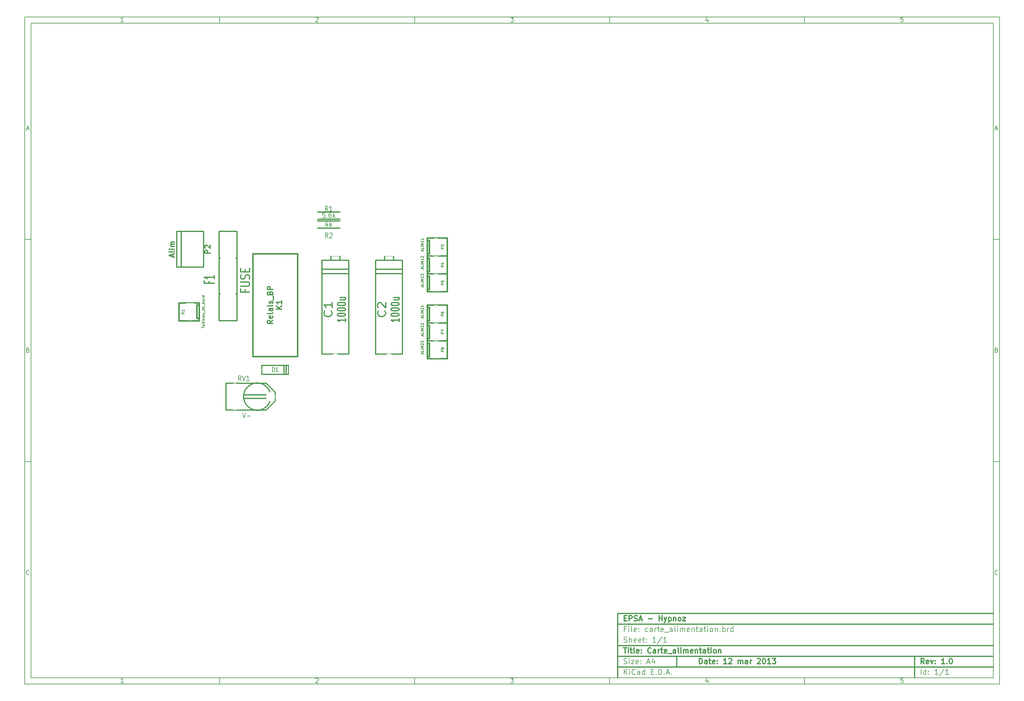
<source format=gto>
G04 (created by PCBNEW-RS274X (2012-01-19 BZR 3256)-stable) date 12/03/2013 15:56:19*
G01*
G70*
G90*
%MOIN*%
G04 Gerber Fmt 3.4, Leading zero omitted, Abs format*
%FSLAX34Y34*%
G04 APERTURE LIST*
%ADD10C,0.006000*%
%ADD11C,0.012000*%
%ADD12C,0.015000*%
%ADD13C,0.010000*%
%ADD14C,0.008000*%
%ADD15C,0.235000*%
%ADD16R,0.105000X0.105000*%
%ADD17C,0.105000*%
%ADD18C,0.270000*%
%ADD19C,0.100000*%
%ADD20R,0.110000X0.110000*%
%ADD21C,0.110000*%
%ADD22C,0.090000*%
%ADD23R,0.095000X0.095000*%
%ADD24C,0.095000*%
%ADD25C,0.170000*%
%ADD26R,0.120000X0.120000*%
%ADD27C,0.120000*%
G04 APERTURE END LIST*
G54D10*
X04000Y-04000D02*
X113000Y-04000D01*
X113000Y-78670D01*
X04000Y-78670D01*
X04000Y-04000D01*
X04700Y-04700D02*
X112300Y-04700D01*
X112300Y-77970D01*
X04700Y-77970D01*
X04700Y-04700D01*
X25800Y-04000D02*
X25800Y-04700D01*
X15043Y-04552D02*
X14757Y-04552D01*
X14900Y-04552D02*
X14900Y-04052D01*
X14852Y-04124D01*
X14805Y-04171D01*
X14757Y-04195D01*
X25800Y-78670D02*
X25800Y-77970D01*
X15043Y-78522D02*
X14757Y-78522D01*
X14900Y-78522D02*
X14900Y-78022D01*
X14852Y-78094D01*
X14805Y-78141D01*
X14757Y-78165D01*
X47600Y-04000D02*
X47600Y-04700D01*
X36557Y-04100D02*
X36581Y-04076D01*
X36629Y-04052D01*
X36748Y-04052D01*
X36795Y-04076D01*
X36819Y-04100D01*
X36843Y-04148D01*
X36843Y-04195D01*
X36819Y-04267D01*
X36533Y-04552D01*
X36843Y-04552D01*
X47600Y-78670D02*
X47600Y-77970D01*
X36557Y-78070D02*
X36581Y-78046D01*
X36629Y-78022D01*
X36748Y-78022D01*
X36795Y-78046D01*
X36819Y-78070D01*
X36843Y-78118D01*
X36843Y-78165D01*
X36819Y-78237D01*
X36533Y-78522D01*
X36843Y-78522D01*
X69400Y-04000D02*
X69400Y-04700D01*
X58333Y-04052D02*
X58643Y-04052D01*
X58476Y-04243D01*
X58548Y-04243D01*
X58595Y-04267D01*
X58619Y-04290D01*
X58643Y-04338D01*
X58643Y-04457D01*
X58619Y-04505D01*
X58595Y-04529D01*
X58548Y-04552D01*
X58405Y-04552D01*
X58357Y-04529D01*
X58333Y-04505D01*
X69400Y-78670D02*
X69400Y-77970D01*
X58333Y-78022D02*
X58643Y-78022D01*
X58476Y-78213D01*
X58548Y-78213D01*
X58595Y-78237D01*
X58619Y-78260D01*
X58643Y-78308D01*
X58643Y-78427D01*
X58619Y-78475D01*
X58595Y-78499D01*
X58548Y-78522D01*
X58405Y-78522D01*
X58357Y-78499D01*
X58333Y-78475D01*
X91200Y-04000D02*
X91200Y-04700D01*
X80395Y-04219D02*
X80395Y-04552D01*
X80276Y-04029D02*
X80157Y-04386D01*
X80467Y-04386D01*
X91200Y-78670D02*
X91200Y-77970D01*
X80395Y-78189D02*
X80395Y-78522D01*
X80276Y-77999D02*
X80157Y-78356D01*
X80467Y-78356D01*
X102219Y-04052D02*
X101981Y-04052D01*
X101957Y-04290D01*
X101981Y-04267D01*
X102029Y-04243D01*
X102148Y-04243D01*
X102195Y-04267D01*
X102219Y-04290D01*
X102243Y-04338D01*
X102243Y-04457D01*
X102219Y-04505D01*
X102195Y-04529D01*
X102148Y-04552D01*
X102029Y-04552D01*
X101981Y-04529D01*
X101957Y-04505D01*
X102219Y-78022D02*
X101981Y-78022D01*
X101957Y-78260D01*
X101981Y-78237D01*
X102029Y-78213D01*
X102148Y-78213D01*
X102195Y-78237D01*
X102219Y-78260D01*
X102243Y-78308D01*
X102243Y-78427D01*
X102219Y-78475D01*
X102195Y-78499D01*
X102148Y-78522D01*
X102029Y-78522D01*
X101981Y-78499D01*
X101957Y-78475D01*
X04000Y-28890D02*
X04700Y-28890D01*
X04231Y-16510D02*
X04469Y-16510D01*
X04184Y-16652D02*
X04350Y-16152D01*
X04517Y-16652D01*
X113000Y-28890D02*
X112300Y-28890D01*
X112531Y-16510D02*
X112769Y-16510D01*
X112484Y-16652D02*
X112650Y-16152D01*
X112817Y-16652D01*
X04000Y-53780D02*
X04700Y-53780D01*
X04386Y-41280D02*
X04457Y-41304D01*
X04481Y-41328D01*
X04505Y-41376D01*
X04505Y-41447D01*
X04481Y-41495D01*
X04457Y-41519D01*
X04410Y-41542D01*
X04219Y-41542D01*
X04219Y-41042D01*
X04386Y-41042D01*
X04433Y-41066D01*
X04457Y-41090D01*
X04481Y-41138D01*
X04481Y-41185D01*
X04457Y-41233D01*
X04433Y-41257D01*
X04386Y-41280D01*
X04219Y-41280D01*
X113000Y-53780D02*
X112300Y-53780D01*
X112686Y-41280D02*
X112757Y-41304D01*
X112781Y-41328D01*
X112805Y-41376D01*
X112805Y-41447D01*
X112781Y-41495D01*
X112757Y-41519D01*
X112710Y-41542D01*
X112519Y-41542D01*
X112519Y-41042D01*
X112686Y-41042D01*
X112733Y-41066D01*
X112757Y-41090D01*
X112781Y-41138D01*
X112781Y-41185D01*
X112757Y-41233D01*
X112733Y-41257D01*
X112686Y-41280D01*
X112519Y-41280D01*
X04505Y-66385D02*
X04481Y-66409D01*
X04410Y-66432D01*
X04362Y-66432D01*
X04290Y-66409D01*
X04243Y-66361D01*
X04219Y-66313D01*
X04195Y-66218D01*
X04195Y-66147D01*
X04219Y-66051D01*
X04243Y-66004D01*
X04290Y-65956D01*
X04362Y-65932D01*
X04410Y-65932D01*
X04481Y-65956D01*
X04505Y-65980D01*
X112805Y-66385D02*
X112781Y-66409D01*
X112710Y-66432D01*
X112662Y-66432D01*
X112590Y-66409D01*
X112543Y-66361D01*
X112519Y-66313D01*
X112495Y-66218D01*
X112495Y-66147D01*
X112519Y-66051D01*
X112543Y-66004D01*
X112590Y-65956D01*
X112662Y-65932D01*
X112710Y-65932D01*
X112781Y-65956D01*
X112805Y-65980D01*
G54D11*
X79443Y-76413D02*
X79443Y-75813D01*
X79586Y-75813D01*
X79671Y-75841D01*
X79729Y-75899D01*
X79757Y-75956D01*
X79786Y-76070D01*
X79786Y-76156D01*
X79757Y-76270D01*
X79729Y-76327D01*
X79671Y-76384D01*
X79586Y-76413D01*
X79443Y-76413D01*
X80300Y-76413D02*
X80300Y-76099D01*
X80271Y-76041D01*
X80214Y-76013D01*
X80100Y-76013D01*
X80043Y-76041D01*
X80300Y-76384D02*
X80243Y-76413D01*
X80100Y-76413D01*
X80043Y-76384D01*
X80014Y-76327D01*
X80014Y-76270D01*
X80043Y-76213D01*
X80100Y-76184D01*
X80243Y-76184D01*
X80300Y-76156D01*
X80500Y-76013D02*
X80729Y-76013D01*
X80586Y-75813D02*
X80586Y-76327D01*
X80614Y-76384D01*
X80672Y-76413D01*
X80729Y-76413D01*
X81157Y-76384D02*
X81100Y-76413D01*
X80986Y-76413D01*
X80929Y-76384D01*
X80900Y-76327D01*
X80900Y-76099D01*
X80929Y-76041D01*
X80986Y-76013D01*
X81100Y-76013D01*
X81157Y-76041D01*
X81186Y-76099D01*
X81186Y-76156D01*
X80900Y-76213D01*
X81443Y-76356D02*
X81471Y-76384D01*
X81443Y-76413D01*
X81414Y-76384D01*
X81443Y-76356D01*
X81443Y-76413D01*
X81443Y-76041D02*
X81471Y-76070D01*
X81443Y-76099D01*
X81414Y-76070D01*
X81443Y-76041D01*
X81443Y-76099D01*
X82500Y-76413D02*
X82157Y-76413D01*
X82329Y-76413D02*
X82329Y-75813D01*
X82272Y-75899D01*
X82214Y-75956D01*
X82157Y-75984D01*
X82728Y-75870D02*
X82757Y-75841D01*
X82814Y-75813D01*
X82957Y-75813D01*
X83014Y-75841D01*
X83043Y-75870D01*
X83071Y-75927D01*
X83071Y-75984D01*
X83043Y-76070D01*
X82700Y-76413D01*
X83071Y-76413D01*
X83785Y-76413D02*
X83785Y-76013D01*
X83785Y-76070D02*
X83813Y-76041D01*
X83871Y-76013D01*
X83956Y-76013D01*
X84013Y-76041D01*
X84042Y-76099D01*
X84042Y-76413D01*
X84042Y-76099D02*
X84071Y-76041D01*
X84128Y-76013D01*
X84213Y-76013D01*
X84271Y-76041D01*
X84299Y-76099D01*
X84299Y-76413D01*
X84842Y-76413D02*
X84842Y-76099D01*
X84813Y-76041D01*
X84756Y-76013D01*
X84642Y-76013D01*
X84585Y-76041D01*
X84842Y-76384D02*
X84785Y-76413D01*
X84642Y-76413D01*
X84585Y-76384D01*
X84556Y-76327D01*
X84556Y-76270D01*
X84585Y-76213D01*
X84642Y-76184D01*
X84785Y-76184D01*
X84842Y-76156D01*
X85128Y-76413D02*
X85128Y-76013D01*
X85128Y-76127D02*
X85156Y-76070D01*
X85185Y-76041D01*
X85242Y-76013D01*
X85299Y-76013D01*
X85927Y-75870D02*
X85956Y-75841D01*
X86013Y-75813D01*
X86156Y-75813D01*
X86213Y-75841D01*
X86242Y-75870D01*
X86270Y-75927D01*
X86270Y-75984D01*
X86242Y-76070D01*
X85899Y-76413D01*
X86270Y-76413D01*
X86641Y-75813D02*
X86698Y-75813D01*
X86755Y-75841D01*
X86784Y-75870D01*
X86813Y-75927D01*
X86841Y-76041D01*
X86841Y-76184D01*
X86813Y-76299D01*
X86784Y-76356D01*
X86755Y-76384D01*
X86698Y-76413D01*
X86641Y-76413D01*
X86584Y-76384D01*
X86555Y-76356D01*
X86527Y-76299D01*
X86498Y-76184D01*
X86498Y-76041D01*
X86527Y-75927D01*
X86555Y-75870D01*
X86584Y-75841D01*
X86641Y-75813D01*
X87412Y-76413D02*
X87069Y-76413D01*
X87241Y-76413D02*
X87241Y-75813D01*
X87184Y-75899D01*
X87126Y-75956D01*
X87069Y-75984D01*
X87612Y-75813D02*
X87983Y-75813D01*
X87783Y-76041D01*
X87869Y-76041D01*
X87926Y-76070D01*
X87955Y-76099D01*
X87983Y-76156D01*
X87983Y-76299D01*
X87955Y-76356D01*
X87926Y-76384D01*
X87869Y-76413D01*
X87697Y-76413D01*
X87640Y-76384D01*
X87612Y-76356D01*
G54D10*
X71043Y-77613D02*
X71043Y-77013D01*
X71386Y-77613D02*
X71129Y-77270D01*
X71386Y-77013D02*
X71043Y-77356D01*
X71643Y-77613D02*
X71643Y-77213D01*
X71643Y-77013D02*
X71614Y-77041D01*
X71643Y-77070D01*
X71671Y-77041D01*
X71643Y-77013D01*
X71643Y-77070D01*
X72272Y-77556D02*
X72243Y-77584D01*
X72157Y-77613D01*
X72100Y-77613D01*
X72015Y-77584D01*
X71957Y-77527D01*
X71929Y-77470D01*
X71900Y-77356D01*
X71900Y-77270D01*
X71929Y-77156D01*
X71957Y-77099D01*
X72015Y-77041D01*
X72100Y-77013D01*
X72157Y-77013D01*
X72243Y-77041D01*
X72272Y-77070D01*
X72786Y-77613D02*
X72786Y-77299D01*
X72757Y-77241D01*
X72700Y-77213D01*
X72586Y-77213D01*
X72529Y-77241D01*
X72786Y-77584D02*
X72729Y-77613D01*
X72586Y-77613D01*
X72529Y-77584D01*
X72500Y-77527D01*
X72500Y-77470D01*
X72529Y-77413D01*
X72586Y-77384D01*
X72729Y-77384D01*
X72786Y-77356D01*
X73329Y-77613D02*
X73329Y-77013D01*
X73329Y-77584D02*
X73272Y-77613D01*
X73158Y-77613D01*
X73100Y-77584D01*
X73072Y-77556D01*
X73043Y-77499D01*
X73043Y-77327D01*
X73072Y-77270D01*
X73100Y-77241D01*
X73158Y-77213D01*
X73272Y-77213D01*
X73329Y-77241D01*
X74072Y-77299D02*
X74272Y-77299D01*
X74358Y-77613D02*
X74072Y-77613D01*
X74072Y-77013D01*
X74358Y-77013D01*
X74615Y-77556D02*
X74643Y-77584D01*
X74615Y-77613D01*
X74586Y-77584D01*
X74615Y-77556D01*
X74615Y-77613D01*
X74901Y-77613D02*
X74901Y-77013D01*
X75044Y-77013D01*
X75129Y-77041D01*
X75187Y-77099D01*
X75215Y-77156D01*
X75244Y-77270D01*
X75244Y-77356D01*
X75215Y-77470D01*
X75187Y-77527D01*
X75129Y-77584D01*
X75044Y-77613D01*
X74901Y-77613D01*
X75501Y-77556D02*
X75529Y-77584D01*
X75501Y-77613D01*
X75472Y-77584D01*
X75501Y-77556D01*
X75501Y-77613D01*
X75758Y-77441D02*
X76044Y-77441D01*
X75701Y-77613D02*
X75901Y-77013D01*
X76101Y-77613D01*
X76301Y-77556D02*
X76329Y-77584D01*
X76301Y-77613D01*
X76272Y-77584D01*
X76301Y-77556D01*
X76301Y-77613D01*
G54D11*
X104586Y-76413D02*
X104386Y-76127D01*
X104243Y-76413D02*
X104243Y-75813D01*
X104471Y-75813D01*
X104529Y-75841D01*
X104557Y-75870D01*
X104586Y-75927D01*
X104586Y-76013D01*
X104557Y-76070D01*
X104529Y-76099D01*
X104471Y-76127D01*
X104243Y-76127D01*
X105071Y-76384D02*
X105014Y-76413D01*
X104900Y-76413D01*
X104843Y-76384D01*
X104814Y-76327D01*
X104814Y-76099D01*
X104843Y-76041D01*
X104900Y-76013D01*
X105014Y-76013D01*
X105071Y-76041D01*
X105100Y-76099D01*
X105100Y-76156D01*
X104814Y-76213D01*
X105300Y-76013D02*
X105443Y-76413D01*
X105585Y-76013D01*
X105814Y-76356D02*
X105842Y-76384D01*
X105814Y-76413D01*
X105785Y-76384D01*
X105814Y-76356D01*
X105814Y-76413D01*
X105814Y-76041D02*
X105842Y-76070D01*
X105814Y-76099D01*
X105785Y-76070D01*
X105814Y-76041D01*
X105814Y-76099D01*
X106871Y-76413D02*
X106528Y-76413D01*
X106700Y-76413D02*
X106700Y-75813D01*
X106643Y-75899D01*
X106585Y-75956D01*
X106528Y-75984D01*
X107128Y-76356D02*
X107156Y-76384D01*
X107128Y-76413D01*
X107099Y-76384D01*
X107128Y-76356D01*
X107128Y-76413D01*
X107528Y-75813D02*
X107585Y-75813D01*
X107642Y-75841D01*
X107671Y-75870D01*
X107700Y-75927D01*
X107728Y-76041D01*
X107728Y-76184D01*
X107700Y-76299D01*
X107671Y-76356D01*
X107642Y-76384D01*
X107585Y-76413D01*
X107528Y-76413D01*
X107471Y-76384D01*
X107442Y-76356D01*
X107414Y-76299D01*
X107385Y-76184D01*
X107385Y-76041D01*
X107414Y-75927D01*
X107442Y-75870D01*
X107471Y-75841D01*
X107528Y-75813D01*
G54D10*
X71014Y-76384D02*
X71100Y-76413D01*
X71243Y-76413D01*
X71300Y-76384D01*
X71329Y-76356D01*
X71357Y-76299D01*
X71357Y-76241D01*
X71329Y-76184D01*
X71300Y-76156D01*
X71243Y-76127D01*
X71129Y-76099D01*
X71071Y-76070D01*
X71043Y-76041D01*
X71014Y-75984D01*
X71014Y-75927D01*
X71043Y-75870D01*
X71071Y-75841D01*
X71129Y-75813D01*
X71271Y-75813D01*
X71357Y-75841D01*
X71614Y-76413D02*
X71614Y-76013D01*
X71614Y-75813D02*
X71585Y-75841D01*
X71614Y-75870D01*
X71642Y-75841D01*
X71614Y-75813D01*
X71614Y-75870D01*
X71843Y-76013D02*
X72157Y-76013D01*
X71843Y-76413D01*
X72157Y-76413D01*
X72614Y-76384D02*
X72557Y-76413D01*
X72443Y-76413D01*
X72386Y-76384D01*
X72357Y-76327D01*
X72357Y-76099D01*
X72386Y-76041D01*
X72443Y-76013D01*
X72557Y-76013D01*
X72614Y-76041D01*
X72643Y-76099D01*
X72643Y-76156D01*
X72357Y-76213D01*
X72900Y-76356D02*
X72928Y-76384D01*
X72900Y-76413D01*
X72871Y-76384D01*
X72900Y-76356D01*
X72900Y-76413D01*
X72900Y-76041D02*
X72928Y-76070D01*
X72900Y-76099D01*
X72871Y-76070D01*
X72900Y-76041D01*
X72900Y-76099D01*
X73614Y-76241D02*
X73900Y-76241D01*
X73557Y-76413D02*
X73757Y-75813D01*
X73957Y-76413D01*
X74414Y-76013D02*
X74414Y-76413D01*
X74271Y-75784D02*
X74128Y-76213D01*
X74500Y-76213D01*
X104243Y-77613D02*
X104243Y-77013D01*
X104786Y-77613D02*
X104786Y-77013D01*
X104786Y-77584D02*
X104729Y-77613D01*
X104615Y-77613D01*
X104557Y-77584D01*
X104529Y-77556D01*
X104500Y-77499D01*
X104500Y-77327D01*
X104529Y-77270D01*
X104557Y-77241D01*
X104615Y-77213D01*
X104729Y-77213D01*
X104786Y-77241D01*
X105072Y-77556D02*
X105100Y-77584D01*
X105072Y-77613D01*
X105043Y-77584D01*
X105072Y-77556D01*
X105072Y-77613D01*
X105072Y-77241D02*
X105100Y-77270D01*
X105072Y-77299D01*
X105043Y-77270D01*
X105072Y-77241D01*
X105072Y-77299D01*
X106129Y-77613D02*
X105786Y-77613D01*
X105958Y-77613D02*
X105958Y-77013D01*
X105901Y-77099D01*
X105843Y-77156D01*
X105786Y-77184D01*
X106814Y-76984D02*
X106300Y-77756D01*
X107329Y-77613D02*
X106986Y-77613D01*
X107158Y-77613D02*
X107158Y-77013D01*
X107101Y-77099D01*
X107043Y-77156D01*
X106986Y-77184D01*
G54D11*
X70957Y-74613D02*
X71300Y-74613D01*
X71129Y-75213D02*
X71129Y-74613D01*
X71500Y-75213D02*
X71500Y-74813D01*
X71500Y-74613D02*
X71471Y-74641D01*
X71500Y-74670D01*
X71528Y-74641D01*
X71500Y-74613D01*
X71500Y-74670D01*
X71700Y-74813D02*
X71929Y-74813D01*
X71786Y-74613D02*
X71786Y-75127D01*
X71814Y-75184D01*
X71872Y-75213D01*
X71929Y-75213D01*
X72215Y-75213D02*
X72157Y-75184D01*
X72129Y-75127D01*
X72129Y-74613D01*
X72671Y-75184D02*
X72614Y-75213D01*
X72500Y-75213D01*
X72443Y-75184D01*
X72414Y-75127D01*
X72414Y-74899D01*
X72443Y-74841D01*
X72500Y-74813D01*
X72614Y-74813D01*
X72671Y-74841D01*
X72700Y-74899D01*
X72700Y-74956D01*
X72414Y-75013D01*
X72957Y-75156D02*
X72985Y-75184D01*
X72957Y-75213D01*
X72928Y-75184D01*
X72957Y-75156D01*
X72957Y-75213D01*
X72957Y-74841D02*
X72985Y-74870D01*
X72957Y-74899D01*
X72928Y-74870D01*
X72957Y-74841D01*
X72957Y-74899D01*
X74043Y-75156D02*
X74014Y-75184D01*
X73928Y-75213D01*
X73871Y-75213D01*
X73786Y-75184D01*
X73728Y-75127D01*
X73700Y-75070D01*
X73671Y-74956D01*
X73671Y-74870D01*
X73700Y-74756D01*
X73728Y-74699D01*
X73786Y-74641D01*
X73871Y-74613D01*
X73928Y-74613D01*
X74014Y-74641D01*
X74043Y-74670D01*
X74557Y-75213D02*
X74557Y-74899D01*
X74528Y-74841D01*
X74471Y-74813D01*
X74357Y-74813D01*
X74300Y-74841D01*
X74557Y-75184D02*
X74500Y-75213D01*
X74357Y-75213D01*
X74300Y-75184D01*
X74271Y-75127D01*
X74271Y-75070D01*
X74300Y-75013D01*
X74357Y-74984D01*
X74500Y-74984D01*
X74557Y-74956D01*
X74843Y-75213D02*
X74843Y-74813D01*
X74843Y-74927D02*
X74871Y-74870D01*
X74900Y-74841D01*
X74957Y-74813D01*
X75014Y-74813D01*
X75128Y-74813D02*
X75357Y-74813D01*
X75214Y-74613D02*
X75214Y-75127D01*
X75242Y-75184D01*
X75300Y-75213D01*
X75357Y-75213D01*
X75785Y-75184D02*
X75728Y-75213D01*
X75614Y-75213D01*
X75557Y-75184D01*
X75528Y-75127D01*
X75528Y-74899D01*
X75557Y-74841D01*
X75614Y-74813D01*
X75728Y-74813D01*
X75785Y-74841D01*
X75814Y-74899D01*
X75814Y-74956D01*
X75528Y-75013D01*
X75928Y-75270D02*
X76385Y-75270D01*
X76785Y-75213D02*
X76785Y-74899D01*
X76756Y-74841D01*
X76699Y-74813D01*
X76585Y-74813D01*
X76528Y-74841D01*
X76785Y-75184D02*
X76728Y-75213D01*
X76585Y-75213D01*
X76528Y-75184D01*
X76499Y-75127D01*
X76499Y-75070D01*
X76528Y-75013D01*
X76585Y-74984D01*
X76728Y-74984D01*
X76785Y-74956D01*
X77157Y-75213D02*
X77099Y-75184D01*
X77071Y-75127D01*
X77071Y-74613D01*
X77385Y-75213D02*
X77385Y-74813D01*
X77385Y-74613D02*
X77356Y-74641D01*
X77385Y-74670D01*
X77413Y-74641D01*
X77385Y-74613D01*
X77385Y-74670D01*
X77671Y-75213D02*
X77671Y-74813D01*
X77671Y-74870D02*
X77699Y-74841D01*
X77757Y-74813D01*
X77842Y-74813D01*
X77899Y-74841D01*
X77928Y-74899D01*
X77928Y-75213D01*
X77928Y-74899D02*
X77957Y-74841D01*
X78014Y-74813D01*
X78099Y-74813D01*
X78157Y-74841D01*
X78185Y-74899D01*
X78185Y-75213D01*
X78699Y-75184D02*
X78642Y-75213D01*
X78528Y-75213D01*
X78471Y-75184D01*
X78442Y-75127D01*
X78442Y-74899D01*
X78471Y-74841D01*
X78528Y-74813D01*
X78642Y-74813D01*
X78699Y-74841D01*
X78728Y-74899D01*
X78728Y-74956D01*
X78442Y-75013D01*
X78985Y-74813D02*
X78985Y-75213D01*
X78985Y-74870D02*
X79013Y-74841D01*
X79071Y-74813D01*
X79156Y-74813D01*
X79213Y-74841D01*
X79242Y-74899D01*
X79242Y-75213D01*
X79442Y-74813D02*
X79671Y-74813D01*
X79528Y-74613D02*
X79528Y-75127D01*
X79556Y-75184D01*
X79614Y-75213D01*
X79671Y-75213D01*
X80128Y-75213D02*
X80128Y-74899D01*
X80099Y-74841D01*
X80042Y-74813D01*
X79928Y-74813D01*
X79871Y-74841D01*
X80128Y-75184D02*
X80071Y-75213D01*
X79928Y-75213D01*
X79871Y-75184D01*
X79842Y-75127D01*
X79842Y-75070D01*
X79871Y-75013D01*
X79928Y-74984D01*
X80071Y-74984D01*
X80128Y-74956D01*
X80328Y-74813D02*
X80557Y-74813D01*
X80414Y-74613D02*
X80414Y-75127D01*
X80442Y-75184D01*
X80500Y-75213D01*
X80557Y-75213D01*
X80757Y-75213D02*
X80757Y-74813D01*
X80757Y-74613D02*
X80728Y-74641D01*
X80757Y-74670D01*
X80785Y-74641D01*
X80757Y-74613D01*
X80757Y-74670D01*
X81129Y-75213D02*
X81071Y-75184D01*
X81043Y-75156D01*
X81014Y-75099D01*
X81014Y-74927D01*
X81043Y-74870D01*
X81071Y-74841D01*
X81129Y-74813D01*
X81214Y-74813D01*
X81271Y-74841D01*
X81300Y-74870D01*
X81329Y-74927D01*
X81329Y-75099D01*
X81300Y-75156D01*
X81271Y-75184D01*
X81214Y-75213D01*
X81129Y-75213D01*
X81586Y-74813D02*
X81586Y-75213D01*
X81586Y-74870D02*
X81614Y-74841D01*
X81672Y-74813D01*
X81757Y-74813D01*
X81814Y-74841D01*
X81843Y-74899D01*
X81843Y-75213D01*
G54D10*
X71243Y-72499D02*
X71043Y-72499D01*
X71043Y-72813D02*
X71043Y-72213D01*
X71329Y-72213D01*
X71557Y-72813D02*
X71557Y-72413D01*
X71557Y-72213D02*
X71528Y-72241D01*
X71557Y-72270D01*
X71585Y-72241D01*
X71557Y-72213D01*
X71557Y-72270D01*
X71929Y-72813D02*
X71871Y-72784D01*
X71843Y-72727D01*
X71843Y-72213D01*
X72385Y-72784D02*
X72328Y-72813D01*
X72214Y-72813D01*
X72157Y-72784D01*
X72128Y-72727D01*
X72128Y-72499D01*
X72157Y-72441D01*
X72214Y-72413D01*
X72328Y-72413D01*
X72385Y-72441D01*
X72414Y-72499D01*
X72414Y-72556D01*
X72128Y-72613D01*
X72671Y-72756D02*
X72699Y-72784D01*
X72671Y-72813D01*
X72642Y-72784D01*
X72671Y-72756D01*
X72671Y-72813D01*
X72671Y-72441D02*
X72699Y-72470D01*
X72671Y-72499D01*
X72642Y-72470D01*
X72671Y-72441D01*
X72671Y-72499D01*
X73671Y-72784D02*
X73614Y-72813D01*
X73500Y-72813D01*
X73442Y-72784D01*
X73414Y-72756D01*
X73385Y-72699D01*
X73385Y-72527D01*
X73414Y-72470D01*
X73442Y-72441D01*
X73500Y-72413D01*
X73614Y-72413D01*
X73671Y-72441D01*
X74185Y-72813D02*
X74185Y-72499D01*
X74156Y-72441D01*
X74099Y-72413D01*
X73985Y-72413D01*
X73928Y-72441D01*
X74185Y-72784D02*
X74128Y-72813D01*
X73985Y-72813D01*
X73928Y-72784D01*
X73899Y-72727D01*
X73899Y-72670D01*
X73928Y-72613D01*
X73985Y-72584D01*
X74128Y-72584D01*
X74185Y-72556D01*
X74471Y-72813D02*
X74471Y-72413D01*
X74471Y-72527D02*
X74499Y-72470D01*
X74528Y-72441D01*
X74585Y-72413D01*
X74642Y-72413D01*
X74756Y-72413D02*
X74985Y-72413D01*
X74842Y-72213D02*
X74842Y-72727D01*
X74870Y-72784D01*
X74928Y-72813D01*
X74985Y-72813D01*
X75413Y-72784D02*
X75356Y-72813D01*
X75242Y-72813D01*
X75185Y-72784D01*
X75156Y-72727D01*
X75156Y-72499D01*
X75185Y-72441D01*
X75242Y-72413D01*
X75356Y-72413D01*
X75413Y-72441D01*
X75442Y-72499D01*
X75442Y-72556D01*
X75156Y-72613D01*
X75556Y-72870D02*
X76013Y-72870D01*
X76413Y-72813D02*
X76413Y-72499D01*
X76384Y-72441D01*
X76327Y-72413D01*
X76213Y-72413D01*
X76156Y-72441D01*
X76413Y-72784D02*
X76356Y-72813D01*
X76213Y-72813D01*
X76156Y-72784D01*
X76127Y-72727D01*
X76127Y-72670D01*
X76156Y-72613D01*
X76213Y-72584D01*
X76356Y-72584D01*
X76413Y-72556D01*
X76785Y-72813D02*
X76727Y-72784D01*
X76699Y-72727D01*
X76699Y-72213D01*
X77013Y-72813D02*
X77013Y-72413D01*
X77013Y-72213D02*
X76984Y-72241D01*
X77013Y-72270D01*
X77041Y-72241D01*
X77013Y-72213D01*
X77013Y-72270D01*
X77299Y-72813D02*
X77299Y-72413D01*
X77299Y-72470D02*
X77327Y-72441D01*
X77385Y-72413D01*
X77470Y-72413D01*
X77527Y-72441D01*
X77556Y-72499D01*
X77556Y-72813D01*
X77556Y-72499D02*
X77585Y-72441D01*
X77642Y-72413D01*
X77727Y-72413D01*
X77785Y-72441D01*
X77813Y-72499D01*
X77813Y-72813D01*
X78327Y-72784D02*
X78270Y-72813D01*
X78156Y-72813D01*
X78099Y-72784D01*
X78070Y-72727D01*
X78070Y-72499D01*
X78099Y-72441D01*
X78156Y-72413D01*
X78270Y-72413D01*
X78327Y-72441D01*
X78356Y-72499D01*
X78356Y-72556D01*
X78070Y-72613D01*
X78613Y-72413D02*
X78613Y-72813D01*
X78613Y-72470D02*
X78641Y-72441D01*
X78699Y-72413D01*
X78784Y-72413D01*
X78841Y-72441D01*
X78870Y-72499D01*
X78870Y-72813D01*
X79070Y-72413D02*
X79299Y-72413D01*
X79156Y-72213D02*
X79156Y-72727D01*
X79184Y-72784D01*
X79242Y-72813D01*
X79299Y-72813D01*
X79756Y-72813D02*
X79756Y-72499D01*
X79727Y-72441D01*
X79670Y-72413D01*
X79556Y-72413D01*
X79499Y-72441D01*
X79756Y-72784D02*
X79699Y-72813D01*
X79556Y-72813D01*
X79499Y-72784D01*
X79470Y-72727D01*
X79470Y-72670D01*
X79499Y-72613D01*
X79556Y-72584D01*
X79699Y-72584D01*
X79756Y-72556D01*
X79956Y-72413D02*
X80185Y-72413D01*
X80042Y-72213D02*
X80042Y-72727D01*
X80070Y-72784D01*
X80128Y-72813D01*
X80185Y-72813D01*
X80385Y-72813D02*
X80385Y-72413D01*
X80385Y-72213D02*
X80356Y-72241D01*
X80385Y-72270D01*
X80413Y-72241D01*
X80385Y-72213D01*
X80385Y-72270D01*
X80757Y-72813D02*
X80699Y-72784D01*
X80671Y-72756D01*
X80642Y-72699D01*
X80642Y-72527D01*
X80671Y-72470D01*
X80699Y-72441D01*
X80757Y-72413D01*
X80842Y-72413D01*
X80899Y-72441D01*
X80928Y-72470D01*
X80957Y-72527D01*
X80957Y-72699D01*
X80928Y-72756D01*
X80899Y-72784D01*
X80842Y-72813D01*
X80757Y-72813D01*
X81214Y-72413D02*
X81214Y-72813D01*
X81214Y-72470D02*
X81242Y-72441D01*
X81300Y-72413D01*
X81385Y-72413D01*
X81442Y-72441D01*
X81471Y-72499D01*
X81471Y-72813D01*
X81757Y-72756D02*
X81785Y-72784D01*
X81757Y-72813D01*
X81728Y-72784D01*
X81757Y-72756D01*
X81757Y-72813D01*
X82043Y-72813D02*
X82043Y-72213D01*
X82043Y-72441D02*
X82100Y-72413D01*
X82214Y-72413D01*
X82271Y-72441D01*
X82300Y-72470D01*
X82329Y-72527D01*
X82329Y-72699D01*
X82300Y-72756D01*
X82271Y-72784D01*
X82214Y-72813D01*
X82100Y-72813D01*
X82043Y-72784D01*
X82586Y-72813D02*
X82586Y-72413D01*
X82586Y-72527D02*
X82614Y-72470D01*
X82643Y-72441D01*
X82700Y-72413D01*
X82757Y-72413D01*
X83214Y-72813D02*
X83214Y-72213D01*
X83214Y-72784D02*
X83157Y-72813D01*
X83043Y-72813D01*
X82985Y-72784D01*
X82957Y-72756D01*
X82928Y-72699D01*
X82928Y-72527D01*
X82957Y-72470D01*
X82985Y-72441D01*
X83043Y-72413D01*
X83157Y-72413D01*
X83214Y-72441D01*
X71014Y-73984D02*
X71100Y-74013D01*
X71243Y-74013D01*
X71300Y-73984D01*
X71329Y-73956D01*
X71357Y-73899D01*
X71357Y-73841D01*
X71329Y-73784D01*
X71300Y-73756D01*
X71243Y-73727D01*
X71129Y-73699D01*
X71071Y-73670D01*
X71043Y-73641D01*
X71014Y-73584D01*
X71014Y-73527D01*
X71043Y-73470D01*
X71071Y-73441D01*
X71129Y-73413D01*
X71271Y-73413D01*
X71357Y-73441D01*
X71614Y-74013D02*
X71614Y-73413D01*
X71871Y-74013D02*
X71871Y-73699D01*
X71842Y-73641D01*
X71785Y-73613D01*
X71700Y-73613D01*
X71642Y-73641D01*
X71614Y-73670D01*
X72385Y-73984D02*
X72328Y-74013D01*
X72214Y-74013D01*
X72157Y-73984D01*
X72128Y-73927D01*
X72128Y-73699D01*
X72157Y-73641D01*
X72214Y-73613D01*
X72328Y-73613D01*
X72385Y-73641D01*
X72414Y-73699D01*
X72414Y-73756D01*
X72128Y-73813D01*
X72899Y-73984D02*
X72842Y-74013D01*
X72728Y-74013D01*
X72671Y-73984D01*
X72642Y-73927D01*
X72642Y-73699D01*
X72671Y-73641D01*
X72728Y-73613D01*
X72842Y-73613D01*
X72899Y-73641D01*
X72928Y-73699D01*
X72928Y-73756D01*
X72642Y-73813D01*
X73099Y-73613D02*
X73328Y-73613D01*
X73185Y-73413D02*
X73185Y-73927D01*
X73213Y-73984D01*
X73271Y-74013D01*
X73328Y-74013D01*
X73528Y-73956D02*
X73556Y-73984D01*
X73528Y-74013D01*
X73499Y-73984D01*
X73528Y-73956D01*
X73528Y-74013D01*
X73528Y-73641D02*
X73556Y-73670D01*
X73528Y-73699D01*
X73499Y-73670D01*
X73528Y-73641D01*
X73528Y-73699D01*
X74585Y-74013D02*
X74242Y-74013D01*
X74414Y-74013D02*
X74414Y-73413D01*
X74357Y-73499D01*
X74299Y-73556D01*
X74242Y-73584D01*
X75270Y-73384D02*
X74756Y-74156D01*
X75785Y-74013D02*
X75442Y-74013D01*
X75614Y-74013D02*
X75614Y-73413D01*
X75557Y-73499D01*
X75499Y-73556D01*
X75442Y-73584D01*
G54D11*
X71043Y-71299D02*
X71243Y-71299D01*
X71329Y-71613D02*
X71043Y-71613D01*
X71043Y-71013D01*
X71329Y-71013D01*
X71586Y-71613D02*
X71586Y-71013D01*
X71814Y-71013D01*
X71872Y-71041D01*
X71900Y-71070D01*
X71929Y-71127D01*
X71929Y-71213D01*
X71900Y-71270D01*
X71872Y-71299D01*
X71814Y-71327D01*
X71586Y-71327D01*
X72157Y-71584D02*
X72243Y-71613D01*
X72386Y-71613D01*
X72443Y-71584D01*
X72472Y-71556D01*
X72500Y-71499D01*
X72500Y-71441D01*
X72472Y-71384D01*
X72443Y-71356D01*
X72386Y-71327D01*
X72272Y-71299D01*
X72214Y-71270D01*
X72186Y-71241D01*
X72157Y-71184D01*
X72157Y-71127D01*
X72186Y-71070D01*
X72214Y-71041D01*
X72272Y-71013D01*
X72414Y-71013D01*
X72500Y-71041D01*
X72728Y-71441D02*
X73014Y-71441D01*
X72671Y-71613D02*
X72871Y-71013D01*
X73071Y-71613D01*
X73728Y-71384D02*
X74185Y-71384D01*
X74928Y-71613D02*
X74928Y-71013D01*
X74928Y-71299D02*
X75271Y-71299D01*
X75271Y-71613D02*
X75271Y-71013D01*
X75500Y-71213D02*
X75643Y-71613D01*
X75785Y-71213D02*
X75643Y-71613D01*
X75585Y-71756D01*
X75557Y-71784D01*
X75500Y-71813D01*
X76014Y-71213D02*
X76014Y-71813D01*
X76014Y-71241D02*
X76071Y-71213D01*
X76185Y-71213D01*
X76242Y-71241D01*
X76271Y-71270D01*
X76300Y-71327D01*
X76300Y-71499D01*
X76271Y-71556D01*
X76242Y-71584D01*
X76185Y-71613D01*
X76071Y-71613D01*
X76014Y-71584D01*
X76557Y-71213D02*
X76557Y-71613D01*
X76557Y-71270D02*
X76585Y-71241D01*
X76643Y-71213D01*
X76728Y-71213D01*
X76785Y-71241D01*
X76814Y-71299D01*
X76814Y-71613D01*
X77186Y-71613D02*
X77128Y-71584D01*
X77100Y-71556D01*
X77071Y-71499D01*
X77071Y-71327D01*
X77100Y-71270D01*
X77128Y-71241D01*
X77186Y-71213D01*
X77271Y-71213D01*
X77328Y-71241D01*
X77357Y-71270D01*
X77386Y-71327D01*
X77386Y-71499D01*
X77357Y-71556D01*
X77328Y-71584D01*
X77271Y-71613D01*
X77186Y-71613D01*
X77586Y-71213D02*
X77900Y-71213D01*
X77586Y-71613D01*
X77900Y-71613D01*
X70300Y-70770D02*
X70300Y-77970D01*
X70300Y-71970D02*
X112300Y-71970D01*
X70300Y-70770D02*
X112300Y-70770D01*
X70300Y-74370D02*
X112300Y-74370D01*
X103500Y-75570D02*
X103500Y-77970D01*
X70300Y-76770D02*
X112300Y-76770D01*
X70300Y-75570D02*
X112300Y-75570D01*
X76900Y-75570D02*
X76900Y-76770D01*
G54D12*
X50900Y-22500D02*
X50882Y-22674D01*
X50832Y-22842D01*
X50749Y-22998D01*
X50638Y-23134D01*
X50503Y-23246D01*
X50348Y-23329D01*
X50180Y-23381D01*
X50006Y-23399D01*
X49832Y-23384D01*
X49663Y-23334D01*
X49508Y-23253D01*
X49371Y-23143D01*
X49258Y-23008D01*
X49173Y-22854D01*
X49120Y-22687D01*
X49101Y-22512D01*
X49115Y-22338D01*
X49164Y-22169D01*
X49244Y-22013D01*
X49353Y-21875D01*
X49487Y-21761D01*
X49640Y-21676D01*
X49807Y-21621D01*
X49982Y-21601D01*
X50156Y-21614D01*
X50325Y-21661D01*
X50482Y-21741D01*
X50620Y-21849D01*
X50735Y-21982D01*
X50822Y-22134D01*
X50877Y-22301D01*
X50899Y-22475D01*
X50900Y-22500D01*
X50900Y-50000D02*
X50882Y-50174D01*
X50832Y-50342D01*
X50749Y-50498D01*
X50638Y-50634D01*
X50503Y-50746D01*
X50348Y-50829D01*
X50180Y-50881D01*
X50006Y-50899D01*
X49832Y-50884D01*
X49663Y-50834D01*
X49508Y-50753D01*
X49371Y-50643D01*
X49258Y-50508D01*
X49173Y-50354D01*
X49120Y-50187D01*
X49101Y-50012D01*
X49115Y-49838D01*
X49164Y-49669D01*
X49244Y-49513D01*
X49353Y-49375D01*
X49487Y-49261D01*
X49640Y-49176D01*
X49807Y-49121D01*
X49982Y-49101D01*
X50156Y-49114D01*
X50325Y-49161D01*
X50482Y-49241D01*
X50620Y-49349D01*
X50735Y-49482D01*
X50822Y-49634D01*
X50877Y-49801D01*
X50899Y-49975D01*
X50900Y-50000D01*
X23400Y-50000D02*
X23382Y-50174D01*
X23332Y-50342D01*
X23249Y-50498D01*
X23138Y-50634D01*
X23003Y-50746D01*
X22848Y-50829D01*
X22680Y-50881D01*
X22506Y-50899D01*
X22332Y-50884D01*
X22163Y-50834D01*
X22008Y-50753D01*
X21871Y-50643D01*
X21758Y-50508D01*
X21673Y-50354D01*
X21620Y-50187D01*
X21601Y-50012D01*
X21615Y-49838D01*
X21664Y-49669D01*
X21744Y-49513D01*
X21853Y-49375D01*
X21987Y-49261D01*
X22140Y-49176D01*
X22307Y-49121D01*
X22482Y-49101D01*
X22656Y-49114D01*
X22825Y-49161D01*
X22982Y-49241D01*
X23120Y-49349D01*
X23235Y-49482D01*
X23322Y-49634D01*
X23377Y-49801D01*
X23399Y-49975D01*
X23400Y-50000D01*
G54D11*
X26500Y-45000D02*
X31000Y-45000D01*
X31000Y-45000D02*
X32000Y-46000D01*
X32000Y-46000D02*
X32000Y-47000D01*
X32000Y-47000D02*
X31000Y-48000D01*
X31000Y-48000D02*
X26500Y-48000D01*
X26500Y-48000D02*
X26500Y-45000D01*
X29800Y-45000D02*
X30250Y-45000D01*
X30150Y-48000D02*
X29800Y-48000D01*
X28500Y-46300D02*
X31450Y-46300D01*
X28500Y-46700D02*
X31450Y-46700D01*
X31520Y-46500D02*
X31491Y-46795D01*
X31405Y-47079D01*
X31266Y-47341D01*
X31078Y-47571D01*
X30849Y-47760D01*
X30589Y-47901D01*
X30305Y-47988D01*
X30010Y-48019D01*
X29716Y-47993D01*
X29431Y-47909D01*
X29168Y-47771D01*
X28937Y-47585D01*
X28746Y-47358D01*
X28603Y-47098D01*
X28514Y-46816D01*
X28481Y-46521D01*
X28505Y-46226D01*
X28587Y-45941D01*
X28723Y-45677D01*
X28907Y-45445D01*
X29133Y-45252D01*
X29392Y-45108D01*
X29674Y-45016D01*
X29969Y-44981D01*
X30263Y-45004D01*
X30549Y-45083D01*
X30814Y-45217D01*
X31048Y-45400D01*
X31242Y-45624D01*
X31388Y-45882D01*
X31482Y-46164D01*
X31519Y-46458D01*
X31520Y-46500D01*
G54D12*
X29500Y-42000D02*
X29500Y-30500D01*
X29500Y-30500D02*
X34500Y-30500D01*
X34500Y-30500D02*
X34500Y-42000D01*
X34500Y-42000D02*
X29500Y-42000D01*
G54D11*
X39500Y-26250D02*
X39300Y-26250D01*
X36500Y-26250D02*
X36700Y-26250D01*
X36700Y-26250D02*
X36700Y-26650D01*
X36700Y-26650D02*
X39300Y-26650D01*
X39300Y-26650D02*
X39300Y-25850D01*
X39300Y-25850D02*
X36700Y-25850D01*
X36700Y-25850D02*
X36700Y-26250D01*
X39300Y-26450D02*
X39100Y-26650D01*
X36500Y-27250D02*
X36700Y-27250D01*
X39500Y-27250D02*
X39300Y-27250D01*
X39300Y-27250D02*
X39300Y-26850D01*
X39300Y-26850D02*
X36700Y-26850D01*
X36700Y-26850D02*
X36700Y-27650D01*
X36700Y-27650D02*
X39300Y-27650D01*
X39300Y-27650D02*
X39300Y-27250D01*
X36700Y-27050D02*
X36900Y-26850D01*
G54D12*
X23500Y-36250D02*
X23250Y-36250D01*
X23250Y-36250D02*
X23250Y-37750D01*
X23250Y-37750D02*
X23500Y-37750D01*
X23500Y-36000D02*
X21250Y-36000D01*
X21250Y-36000D02*
X21250Y-38000D01*
X21250Y-38000D02*
X23500Y-38000D01*
X23500Y-38000D02*
X23500Y-36000D01*
G54D10*
X22000Y-36000D02*
X23000Y-36000D01*
X23000Y-38000D02*
X22000Y-38000D01*
G54D12*
X49000Y-30500D02*
X49250Y-30500D01*
X49250Y-30500D02*
X49250Y-29000D01*
X49250Y-29000D02*
X49000Y-29000D01*
X49000Y-30750D02*
X51250Y-30750D01*
X51250Y-30750D02*
X51250Y-28750D01*
X51250Y-28750D02*
X49000Y-28750D01*
X49000Y-28750D02*
X49000Y-30750D01*
G54D10*
X50500Y-30750D02*
X49500Y-30750D01*
X49500Y-28750D02*
X50500Y-28750D01*
G54D12*
X49000Y-32500D02*
X49250Y-32500D01*
X49250Y-32500D02*
X49250Y-31000D01*
X49250Y-31000D02*
X49000Y-31000D01*
X49000Y-32750D02*
X51250Y-32750D01*
X51250Y-32750D02*
X51250Y-30750D01*
X51250Y-30750D02*
X49000Y-30750D01*
X49000Y-30750D02*
X49000Y-32750D01*
G54D10*
X50500Y-32750D02*
X49500Y-32750D01*
X49500Y-30750D02*
X50500Y-30750D01*
G54D11*
X27750Y-28000D02*
X27750Y-38000D01*
X27750Y-38000D02*
X25750Y-38000D01*
X25750Y-38000D02*
X25750Y-28000D01*
X25750Y-28000D02*
X27750Y-28000D01*
X27750Y-31000D02*
X25750Y-31000D01*
X27750Y-35000D02*
X25750Y-35000D01*
X38750Y-30250D02*
X38750Y-30750D01*
X38250Y-31250D02*
X38250Y-30750D01*
X38250Y-30750D02*
X39250Y-30750D01*
X39250Y-30750D02*
X39250Y-31250D01*
X40250Y-31250D02*
X40250Y-41750D01*
X40250Y-41750D02*
X37250Y-41750D01*
X37250Y-41750D02*
X37250Y-31250D01*
X38750Y-41750D02*
X38750Y-42250D01*
X40250Y-32250D02*
X37250Y-32250D01*
X40250Y-32750D02*
X37250Y-32750D01*
X40250Y-31250D02*
X37250Y-31250D01*
X44750Y-30250D02*
X44750Y-30750D01*
X44250Y-31250D02*
X44250Y-30750D01*
X44250Y-30750D02*
X45250Y-30750D01*
X45250Y-30750D02*
X45250Y-31250D01*
X46250Y-31250D02*
X46250Y-41750D01*
X46250Y-41750D02*
X43250Y-41750D01*
X43250Y-41750D02*
X43250Y-31250D01*
X44750Y-41750D02*
X44750Y-42250D01*
X46250Y-32250D02*
X43250Y-32250D01*
X46250Y-32750D02*
X43250Y-32750D01*
X46250Y-31250D02*
X43250Y-31250D01*
G54D12*
X49000Y-34500D02*
X49250Y-34500D01*
X49250Y-34500D02*
X49250Y-33000D01*
X49250Y-33000D02*
X49000Y-33000D01*
X49000Y-34750D02*
X51250Y-34750D01*
X51250Y-34750D02*
X51250Y-32750D01*
X51250Y-32750D02*
X49000Y-32750D01*
X49000Y-32750D02*
X49000Y-34750D01*
G54D10*
X50500Y-34750D02*
X49500Y-34750D01*
X49500Y-32750D02*
X50500Y-32750D01*
G54D12*
X49000Y-38000D02*
X49250Y-38000D01*
X49250Y-38000D02*
X49250Y-36500D01*
X49250Y-36500D02*
X49000Y-36500D01*
X49000Y-38250D02*
X51250Y-38250D01*
X51250Y-38250D02*
X51250Y-36250D01*
X51250Y-36250D02*
X49000Y-36250D01*
X49000Y-36250D02*
X49000Y-38250D01*
G54D10*
X50500Y-38250D02*
X49500Y-38250D01*
X49500Y-36250D02*
X50500Y-36250D01*
G54D12*
X49000Y-40000D02*
X49250Y-40000D01*
X49250Y-40000D02*
X49250Y-38500D01*
X49250Y-38500D02*
X49000Y-38500D01*
X49000Y-40250D02*
X51250Y-40250D01*
X51250Y-40250D02*
X51250Y-38250D01*
X51250Y-38250D02*
X49000Y-38250D01*
X49000Y-38250D02*
X49000Y-40250D01*
G54D10*
X50500Y-40250D02*
X49500Y-40250D01*
X49500Y-38250D02*
X50500Y-38250D01*
G54D12*
X49000Y-42000D02*
X49250Y-42000D01*
X49250Y-42000D02*
X49250Y-40500D01*
X49250Y-40500D02*
X49000Y-40500D01*
X49000Y-42250D02*
X51250Y-42250D01*
X51250Y-42250D02*
X51250Y-40250D01*
X51250Y-40250D02*
X49000Y-40250D01*
X49000Y-40250D02*
X49000Y-42250D01*
G54D10*
X50500Y-42250D02*
X49500Y-42250D01*
X49500Y-40250D02*
X50500Y-40250D01*
G54D11*
X30500Y-43000D02*
X33500Y-43000D01*
X33500Y-43000D02*
X33500Y-44000D01*
X33500Y-44000D02*
X30500Y-44000D01*
X30500Y-44000D02*
X30500Y-43000D01*
X33250Y-43000D02*
X33250Y-44000D01*
X33000Y-44000D02*
X33000Y-43000D01*
X30500Y-43500D02*
X30000Y-43500D01*
X33500Y-43500D02*
X34000Y-43500D01*
X21500Y-32000D02*
X21500Y-28000D01*
X21000Y-32000D02*
X24000Y-32000D01*
X24000Y-32000D02*
X24000Y-28000D01*
X24000Y-28000D02*
X21000Y-28000D01*
X21000Y-28000D02*
X21000Y-32000D01*
G54D13*
X48885Y-22412D02*
X48885Y-22012D01*
X49019Y-22298D01*
X49152Y-22012D01*
X49152Y-22412D01*
X49304Y-22012D02*
X49552Y-22012D01*
X49418Y-22164D01*
X49476Y-22164D01*
X49514Y-22183D01*
X49533Y-22202D01*
X49552Y-22240D01*
X49552Y-22336D01*
X49533Y-22374D01*
X49514Y-22393D01*
X49476Y-22412D01*
X49361Y-22412D01*
X49323Y-22393D01*
X49304Y-22374D01*
X49628Y-22450D02*
X49933Y-22450D01*
X50028Y-22412D02*
X50028Y-22012D01*
X50200Y-22412D02*
X50200Y-22202D01*
X50181Y-22164D01*
X50143Y-22145D01*
X50085Y-22145D01*
X50047Y-22164D01*
X50028Y-22183D01*
X50447Y-22412D02*
X50409Y-22393D01*
X50390Y-22374D01*
X50371Y-22336D01*
X50371Y-22221D01*
X50390Y-22183D01*
X50409Y-22164D01*
X50447Y-22145D01*
X50505Y-22145D01*
X50543Y-22164D01*
X50562Y-22183D01*
X50581Y-22221D01*
X50581Y-22336D01*
X50562Y-22374D01*
X50543Y-22393D01*
X50505Y-22412D01*
X50447Y-22412D01*
X50809Y-22412D02*
X50771Y-22393D01*
X50752Y-22355D01*
X50752Y-22012D01*
X51115Y-22393D02*
X51077Y-22412D01*
X51000Y-22412D01*
X50962Y-22393D01*
X50943Y-22355D01*
X50943Y-22202D01*
X50962Y-22164D01*
X51000Y-22145D01*
X51077Y-22145D01*
X51115Y-22164D01*
X51134Y-22202D01*
X51134Y-22240D01*
X50943Y-22279D01*
X48885Y-49912D02*
X48885Y-49512D01*
X49019Y-49798D01*
X49152Y-49512D01*
X49152Y-49912D01*
X49304Y-49512D02*
X49552Y-49512D01*
X49418Y-49664D01*
X49476Y-49664D01*
X49514Y-49683D01*
X49533Y-49702D01*
X49552Y-49740D01*
X49552Y-49836D01*
X49533Y-49874D01*
X49514Y-49893D01*
X49476Y-49912D01*
X49361Y-49912D01*
X49323Y-49893D01*
X49304Y-49874D01*
X49628Y-49950D02*
X49933Y-49950D01*
X50028Y-49912D02*
X50028Y-49512D01*
X50200Y-49912D02*
X50200Y-49702D01*
X50181Y-49664D01*
X50143Y-49645D01*
X50085Y-49645D01*
X50047Y-49664D01*
X50028Y-49683D01*
X50447Y-49912D02*
X50409Y-49893D01*
X50390Y-49874D01*
X50371Y-49836D01*
X50371Y-49721D01*
X50390Y-49683D01*
X50409Y-49664D01*
X50447Y-49645D01*
X50505Y-49645D01*
X50543Y-49664D01*
X50562Y-49683D01*
X50581Y-49721D01*
X50581Y-49836D01*
X50562Y-49874D01*
X50543Y-49893D01*
X50505Y-49912D01*
X50447Y-49912D01*
X50809Y-49912D02*
X50771Y-49893D01*
X50752Y-49855D01*
X50752Y-49512D01*
X51115Y-49893D02*
X51077Y-49912D01*
X51000Y-49912D01*
X50962Y-49893D01*
X50943Y-49855D01*
X50943Y-49702D01*
X50962Y-49664D01*
X51000Y-49645D01*
X51077Y-49645D01*
X51115Y-49664D01*
X51134Y-49702D01*
X51134Y-49740D01*
X50943Y-49779D01*
X21385Y-49912D02*
X21385Y-49512D01*
X21519Y-49798D01*
X21652Y-49512D01*
X21652Y-49912D01*
X21804Y-49512D02*
X22052Y-49512D01*
X21918Y-49664D01*
X21976Y-49664D01*
X22014Y-49683D01*
X22033Y-49702D01*
X22052Y-49740D01*
X22052Y-49836D01*
X22033Y-49874D01*
X22014Y-49893D01*
X21976Y-49912D01*
X21861Y-49912D01*
X21823Y-49893D01*
X21804Y-49874D01*
X22128Y-49950D02*
X22433Y-49950D01*
X22528Y-49912D02*
X22528Y-49512D01*
X22700Y-49912D02*
X22700Y-49702D01*
X22681Y-49664D01*
X22643Y-49645D01*
X22585Y-49645D01*
X22547Y-49664D01*
X22528Y-49683D01*
X22947Y-49912D02*
X22909Y-49893D01*
X22890Y-49874D01*
X22871Y-49836D01*
X22871Y-49721D01*
X22890Y-49683D01*
X22909Y-49664D01*
X22947Y-49645D01*
X23005Y-49645D01*
X23043Y-49664D01*
X23062Y-49683D01*
X23081Y-49721D01*
X23081Y-49836D01*
X23062Y-49874D01*
X23043Y-49893D01*
X23005Y-49912D01*
X22947Y-49912D01*
X23309Y-49912D02*
X23271Y-49893D01*
X23252Y-49855D01*
X23252Y-49512D01*
X23615Y-49893D02*
X23577Y-49912D01*
X23500Y-49912D01*
X23462Y-49893D01*
X23443Y-49855D01*
X23443Y-49702D01*
X23462Y-49664D01*
X23500Y-49645D01*
X23577Y-49645D01*
X23615Y-49664D01*
X23634Y-49702D01*
X23634Y-49740D01*
X23443Y-49779D01*
G54D14*
X28203Y-44723D02*
X28036Y-44461D01*
X27917Y-44723D02*
X27917Y-44173D01*
X28108Y-44173D01*
X28155Y-44199D01*
X28179Y-44225D01*
X28203Y-44277D01*
X28203Y-44356D01*
X28179Y-44408D01*
X28155Y-44435D01*
X28108Y-44461D01*
X27917Y-44461D01*
X28346Y-44173D02*
X28512Y-44723D01*
X28679Y-44173D01*
X29108Y-44723D02*
X28822Y-44723D01*
X28965Y-44723D02*
X28965Y-44173D01*
X28917Y-44251D01*
X28870Y-44304D01*
X28822Y-44330D01*
X28374Y-48323D02*
X28540Y-48873D01*
X28707Y-48323D01*
X28874Y-48663D02*
X29255Y-48663D01*
G54D11*
X32743Y-36692D02*
X32143Y-36692D01*
X32743Y-36349D02*
X32400Y-36606D01*
X32143Y-36349D02*
X32486Y-36692D01*
X32743Y-35778D02*
X32743Y-36121D01*
X32743Y-35949D02*
X32143Y-35949D01*
X32229Y-36006D01*
X32286Y-36064D01*
X32314Y-36121D01*
X31743Y-37964D02*
X31457Y-38164D01*
X31743Y-38307D02*
X31143Y-38307D01*
X31143Y-38079D01*
X31171Y-38021D01*
X31200Y-37993D01*
X31257Y-37964D01*
X31343Y-37964D01*
X31400Y-37993D01*
X31429Y-38021D01*
X31457Y-38079D01*
X31457Y-38307D01*
X31714Y-37479D02*
X31743Y-37536D01*
X31743Y-37650D01*
X31714Y-37707D01*
X31657Y-37736D01*
X31429Y-37736D01*
X31371Y-37707D01*
X31343Y-37650D01*
X31343Y-37536D01*
X31371Y-37479D01*
X31429Y-37450D01*
X31486Y-37450D01*
X31543Y-37736D01*
X31743Y-37107D02*
X31714Y-37165D01*
X31657Y-37193D01*
X31143Y-37193D01*
X31743Y-36622D02*
X31429Y-36622D01*
X31371Y-36651D01*
X31343Y-36708D01*
X31343Y-36822D01*
X31371Y-36879D01*
X31714Y-36622D02*
X31743Y-36679D01*
X31743Y-36822D01*
X31714Y-36879D01*
X31657Y-36908D01*
X31600Y-36908D01*
X31543Y-36879D01*
X31514Y-36822D01*
X31514Y-36679D01*
X31486Y-36622D01*
X31743Y-36336D02*
X31343Y-36336D01*
X31143Y-36336D02*
X31171Y-36365D01*
X31200Y-36336D01*
X31171Y-36308D01*
X31143Y-36336D01*
X31200Y-36336D01*
X31714Y-36079D02*
X31743Y-36022D01*
X31743Y-35907D01*
X31714Y-35850D01*
X31657Y-35822D01*
X31629Y-35822D01*
X31571Y-35850D01*
X31543Y-35907D01*
X31543Y-35993D01*
X31514Y-36050D01*
X31457Y-36079D01*
X31429Y-36079D01*
X31371Y-36050D01*
X31343Y-35993D01*
X31343Y-35907D01*
X31371Y-35850D01*
X31800Y-35707D02*
X31800Y-35250D01*
X31429Y-34907D02*
X31457Y-34821D01*
X31486Y-34793D01*
X31543Y-34764D01*
X31629Y-34764D01*
X31686Y-34793D01*
X31714Y-34821D01*
X31743Y-34879D01*
X31743Y-35107D01*
X31143Y-35107D01*
X31143Y-34907D01*
X31171Y-34850D01*
X31200Y-34821D01*
X31257Y-34793D01*
X31314Y-34793D01*
X31371Y-34821D01*
X31400Y-34850D01*
X31429Y-34907D01*
X31429Y-35107D01*
X31743Y-34507D02*
X31143Y-34507D01*
X31143Y-34279D01*
X31171Y-34221D01*
X31200Y-34193D01*
X31257Y-34164D01*
X31343Y-34164D01*
X31400Y-34193D01*
X31429Y-34221D01*
X31457Y-34279D01*
X31457Y-34507D01*
G54D14*
X37917Y-25723D02*
X37750Y-25461D01*
X37631Y-25723D02*
X37631Y-25173D01*
X37822Y-25173D01*
X37869Y-25199D01*
X37893Y-25225D01*
X37917Y-25277D01*
X37917Y-25356D01*
X37893Y-25408D01*
X37869Y-25435D01*
X37822Y-25461D01*
X37631Y-25461D01*
X38393Y-25723D02*
X38107Y-25723D01*
X38250Y-25723D02*
X38250Y-25173D01*
X38202Y-25251D01*
X38155Y-25304D01*
X38107Y-25330D01*
X37560Y-25923D02*
X37322Y-25923D01*
X37298Y-26185D01*
X37322Y-26158D01*
X37370Y-26132D01*
X37489Y-26132D01*
X37536Y-26158D01*
X37560Y-26185D01*
X37584Y-26237D01*
X37584Y-26368D01*
X37560Y-26420D01*
X37536Y-26446D01*
X37489Y-26473D01*
X37370Y-26473D01*
X37322Y-26446D01*
X37298Y-26420D01*
X37798Y-26420D02*
X37822Y-26446D01*
X37798Y-26473D01*
X37774Y-26446D01*
X37798Y-26420D01*
X37798Y-26473D01*
X38250Y-25923D02*
X38155Y-25923D01*
X38107Y-25949D01*
X38084Y-25975D01*
X38036Y-26054D01*
X38012Y-26158D01*
X38012Y-26368D01*
X38036Y-26420D01*
X38060Y-26446D01*
X38107Y-26473D01*
X38203Y-26473D01*
X38250Y-26446D01*
X38274Y-26420D01*
X38298Y-26368D01*
X38298Y-26237D01*
X38274Y-26185D01*
X38250Y-26158D01*
X38203Y-26132D01*
X38107Y-26132D01*
X38060Y-26158D01*
X38036Y-26185D01*
X38012Y-26237D01*
X38512Y-26473D02*
X38512Y-25923D01*
X38560Y-26263D02*
X38703Y-26473D01*
X38703Y-26106D02*
X38512Y-26315D01*
X37917Y-28723D02*
X37750Y-28461D01*
X37631Y-28723D02*
X37631Y-28173D01*
X37822Y-28173D01*
X37869Y-28199D01*
X37893Y-28225D01*
X37917Y-28277D01*
X37917Y-28356D01*
X37893Y-28408D01*
X37869Y-28435D01*
X37822Y-28461D01*
X37631Y-28461D01*
X38107Y-28225D02*
X38131Y-28199D01*
X38179Y-28173D01*
X38298Y-28173D01*
X38345Y-28199D01*
X38369Y-28225D01*
X38393Y-28277D01*
X38393Y-28330D01*
X38369Y-28408D01*
X38083Y-28723D01*
X38393Y-28723D01*
X37893Y-27106D02*
X37893Y-27473D01*
X37774Y-26896D02*
X37655Y-27289D01*
X37965Y-27289D01*
X38155Y-27473D02*
X38155Y-26923D01*
X38203Y-27263D02*
X38346Y-27473D01*
X38346Y-27106D02*
X38155Y-27315D01*
G54D10*
X21871Y-37222D02*
X21571Y-37222D01*
X21571Y-37107D01*
X21586Y-37079D01*
X21600Y-37064D01*
X21629Y-37050D01*
X21671Y-37050D01*
X21700Y-37064D01*
X21714Y-37079D01*
X21729Y-37107D01*
X21729Y-37222D01*
X21871Y-36764D02*
X21871Y-36936D01*
X21871Y-36850D02*
X21571Y-36850D01*
X21614Y-36879D01*
X21643Y-36907D01*
X21657Y-36936D01*
X23821Y-38827D02*
X23821Y-38656D01*
X24121Y-38742D02*
X23821Y-38742D01*
X24121Y-38427D02*
X23964Y-38427D01*
X23936Y-38441D01*
X23921Y-38470D01*
X23921Y-38527D01*
X23936Y-38556D01*
X24107Y-38427D02*
X24121Y-38456D01*
X24121Y-38527D01*
X24107Y-38556D01*
X24079Y-38570D01*
X24050Y-38570D01*
X24021Y-38556D01*
X24007Y-38527D01*
X24007Y-38456D01*
X23993Y-38427D01*
X24121Y-38285D02*
X23821Y-38285D01*
X23936Y-38285D02*
X23921Y-38256D01*
X23921Y-38199D01*
X23936Y-38170D01*
X23950Y-38156D01*
X23979Y-38142D01*
X24064Y-38142D01*
X24093Y-38156D01*
X24107Y-38170D01*
X24121Y-38199D01*
X24121Y-38256D01*
X24107Y-38285D01*
X24121Y-37971D02*
X24107Y-37999D01*
X24079Y-38014D01*
X23821Y-38014D01*
X24107Y-37742D02*
X24121Y-37771D01*
X24121Y-37828D01*
X24107Y-37857D01*
X24079Y-37871D01*
X23964Y-37871D01*
X23936Y-37857D01*
X23921Y-37828D01*
X23921Y-37771D01*
X23936Y-37742D01*
X23964Y-37728D01*
X23993Y-37728D01*
X24021Y-37871D01*
X24121Y-37471D02*
X23964Y-37471D01*
X23936Y-37485D01*
X23921Y-37514D01*
X23921Y-37571D01*
X23936Y-37600D01*
X24107Y-37471D02*
X24121Y-37500D01*
X24121Y-37571D01*
X24107Y-37600D01*
X24079Y-37614D01*
X24050Y-37614D01*
X24021Y-37600D01*
X24007Y-37571D01*
X24007Y-37500D01*
X23993Y-37471D01*
X23921Y-37200D02*
X24121Y-37200D01*
X23921Y-37329D02*
X24079Y-37329D01*
X24107Y-37314D01*
X24121Y-37286D01*
X24121Y-37243D01*
X24107Y-37214D01*
X24093Y-37200D01*
X24150Y-37129D02*
X24150Y-36900D01*
X24121Y-36700D02*
X23821Y-36700D01*
X24107Y-36700D02*
X24121Y-36729D01*
X24121Y-36786D01*
X24107Y-36814D01*
X24093Y-36829D01*
X24064Y-36843D01*
X23979Y-36843D01*
X23950Y-36829D01*
X23936Y-36814D01*
X23921Y-36786D01*
X23921Y-36729D01*
X23936Y-36700D01*
X24107Y-36443D02*
X24121Y-36472D01*
X24121Y-36529D01*
X24107Y-36558D01*
X24079Y-36572D01*
X23964Y-36572D01*
X23936Y-36558D01*
X23921Y-36529D01*
X23921Y-36472D01*
X23936Y-36443D01*
X23964Y-36429D01*
X23993Y-36429D01*
X24021Y-36572D01*
X24150Y-36372D02*
X24150Y-36143D01*
X24121Y-36072D02*
X23821Y-36072D01*
X23936Y-36072D02*
X23921Y-36043D01*
X23921Y-35986D01*
X23936Y-35957D01*
X23950Y-35943D01*
X23979Y-35929D01*
X24064Y-35929D01*
X24093Y-35943D01*
X24107Y-35957D01*
X24121Y-35986D01*
X24121Y-36043D01*
X24107Y-36072D01*
X24121Y-35758D02*
X24107Y-35786D01*
X24093Y-35801D01*
X24064Y-35815D01*
X23979Y-35815D01*
X23950Y-35801D01*
X23936Y-35786D01*
X23921Y-35758D01*
X23921Y-35715D01*
X23936Y-35686D01*
X23950Y-35672D01*
X23979Y-35658D01*
X24064Y-35658D01*
X24093Y-35672D01*
X24107Y-35686D01*
X24121Y-35715D01*
X24121Y-35758D01*
X24121Y-35530D02*
X23921Y-35530D01*
X23979Y-35530D02*
X23950Y-35515D01*
X23936Y-35501D01*
X23921Y-35472D01*
X23921Y-35444D01*
X24121Y-35215D02*
X23821Y-35215D01*
X24107Y-35215D02*
X24121Y-35244D01*
X24121Y-35301D01*
X24107Y-35329D01*
X24093Y-35344D01*
X24064Y-35358D01*
X23979Y-35358D01*
X23950Y-35344D01*
X23936Y-35329D01*
X23921Y-35301D01*
X23921Y-35244D01*
X23936Y-35215D01*
X50871Y-29972D02*
X50571Y-29972D01*
X50571Y-29857D01*
X50586Y-29829D01*
X50600Y-29814D01*
X50629Y-29800D01*
X50671Y-29800D01*
X50700Y-29814D01*
X50714Y-29829D01*
X50729Y-29857D01*
X50729Y-29972D01*
X50571Y-29700D02*
X50571Y-29514D01*
X50686Y-29614D01*
X50686Y-29572D01*
X50700Y-29543D01*
X50714Y-29529D01*
X50743Y-29514D01*
X50814Y-29514D01*
X50843Y-29529D01*
X50857Y-29543D01*
X50871Y-29572D01*
X50871Y-29657D01*
X50857Y-29686D01*
X50843Y-29700D01*
X48536Y-30222D02*
X48536Y-30079D01*
X48621Y-30250D02*
X48321Y-30150D01*
X48621Y-30050D01*
X48621Y-29808D02*
X48621Y-29951D01*
X48321Y-29951D01*
X48621Y-29708D02*
X48321Y-29708D01*
X48621Y-29565D02*
X48321Y-29565D01*
X48536Y-29465D01*
X48321Y-29365D01*
X48621Y-29365D01*
X48621Y-29064D02*
X48621Y-29236D01*
X48621Y-29150D02*
X48321Y-29150D01*
X48364Y-29179D01*
X48393Y-29207D01*
X48407Y-29236D01*
X48621Y-28778D02*
X48621Y-28950D01*
X48621Y-28864D02*
X48321Y-28864D01*
X48364Y-28893D01*
X48393Y-28921D01*
X48407Y-28950D01*
X50871Y-31972D02*
X50571Y-31972D01*
X50571Y-31857D01*
X50586Y-31829D01*
X50600Y-31814D01*
X50629Y-31800D01*
X50671Y-31800D01*
X50700Y-31814D01*
X50714Y-31829D01*
X50729Y-31857D01*
X50729Y-31972D01*
X50671Y-31543D02*
X50871Y-31543D01*
X50557Y-31614D02*
X50771Y-31686D01*
X50771Y-31500D01*
X48536Y-32222D02*
X48536Y-32079D01*
X48621Y-32250D02*
X48321Y-32150D01*
X48621Y-32050D01*
X48621Y-31808D02*
X48621Y-31951D01*
X48321Y-31951D01*
X48621Y-31708D02*
X48321Y-31708D01*
X48621Y-31565D02*
X48321Y-31565D01*
X48536Y-31465D01*
X48321Y-31365D01*
X48621Y-31365D01*
X48621Y-31064D02*
X48621Y-31236D01*
X48621Y-31150D02*
X48321Y-31150D01*
X48364Y-31179D01*
X48393Y-31207D01*
X48407Y-31236D01*
X48350Y-30950D02*
X48336Y-30936D01*
X48321Y-30907D01*
X48321Y-30836D01*
X48336Y-30807D01*
X48350Y-30793D01*
X48379Y-30778D01*
X48407Y-30778D01*
X48450Y-30793D01*
X48621Y-30964D01*
X48621Y-30778D01*
G54D11*
X24617Y-33609D02*
X24617Y-33818D01*
X25202Y-33818D02*
X24086Y-33818D01*
X24086Y-33519D01*
X25202Y-32952D02*
X25202Y-33310D01*
X25202Y-33131D02*
X24086Y-33131D01*
X24245Y-33191D01*
X24351Y-33251D01*
X24405Y-33310D01*
X28631Y-34548D02*
X28631Y-34815D01*
X29155Y-34815D02*
X28155Y-34815D01*
X28155Y-34434D01*
X28155Y-34129D02*
X28964Y-34129D01*
X29060Y-34090D01*
X29107Y-34052D01*
X29155Y-33976D01*
X29155Y-33824D01*
X29107Y-33748D01*
X29060Y-33709D01*
X28964Y-33671D01*
X28155Y-33671D01*
X29107Y-33329D02*
X29155Y-33214D01*
X29155Y-33024D01*
X29107Y-32948D01*
X29060Y-32910D01*
X28964Y-32871D01*
X28869Y-32871D01*
X28774Y-32910D01*
X28726Y-32948D01*
X28679Y-33024D01*
X28631Y-33176D01*
X28583Y-33252D01*
X28536Y-33291D01*
X28440Y-33329D01*
X28345Y-33329D01*
X28250Y-33291D01*
X28202Y-33252D01*
X28155Y-33176D01*
X28155Y-32986D01*
X28202Y-32871D01*
X28631Y-32529D02*
X28631Y-32262D01*
X29155Y-32148D02*
X29155Y-32529D01*
X28155Y-32529D01*
X28155Y-32148D01*
X38279Y-36916D02*
X38321Y-36964D01*
X38364Y-37107D01*
X38364Y-37202D01*
X38321Y-37345D01*
X38236Y-37440D01*
X38150Y-37488D01*
X37979Y-37536D01*
X37850Y-37536D01*
X37679Y-37488D01*
X37593Y-37440D01*
X37507Y-37345D01*
X37464Y-37202D01*
X37464Y-37107D01*
X37507Y-36964D01*
X37550Y-36916D01*
X38364Y-35964D02*
X38364Y-36536D01*
X38364Y-36250D02*
X37464Y-36250D01*
X37593Y-36345D01*
X37679Y-36440D01*
X37721Y-36536D01*
X39864Y-37755D02*
X39864Y-38115D01*
X39864Y-37935D02*
X38964Y-37935D01*
X39093Y-37995D01*
X39179Y-38055D01*
X39221Y-38115D01*
X38964Y-37365D02*
X38964Y-37305D01*
X39007Y-37245D01*
X39050Y-37215D01*
X39136Y-37185D01*
X39307Y-37155D01*
X39521Y-37155D01*
X39693Y-37185D01*
X39779Y-37215D01*
X39821Y-37245D01*
X39864Y-37305D01*
X39864Y-37365D01*
X39821Y-37425D01*
X39779Y-37455D01*
X39693Y-37485D01*
X39521Y-37515D01*
X39307Y-37515D01*
X39136Y-37485D01*
X39050Y-37455D01*
X39007Y-37425D01*
X38964Y-37365D01*
X38964Y-36765D02*
X38964Y-36705D01*
X39007Y-36645D01*
X39050Y-36615D01*
X39136Y-36585D01*
X39307Y-36555D01*
X39521Y-36555D01*
X39693Y-36585D01*
X39779Y-36615D01*
X39821Y-36645D01*
X39864Y-36705D01*
X39864Y-36765D01*
X39821Y-36825D01*
X39779Y-36855D01*
X39693Y-36885D01*
X39521Y-36915D01*
X39307Y-36915D01*
X39136Y-36885D01*
X39050Y-36855D01*
X39007Y-36825D01*
X38964Y-36765D01*
X38964Y-36165D02*
X38964Y-36105D01*
X39007Y-36045D01*
X39050Y-36015D01*
X39136Y-35985D01*
X39307Y-35955D01*
X39521Y-35955D01*
X39693Y-35985D01*
X39779Y-36015D01*
X39821Y-36045D01*
X39864Y-36105D01*
X39864Y-36165D01*
X39821Y-36225D01*
X39779Y-36255D01*
X39693Y-36285D01*
X39521Y-36315D01*
X39307Y-36315D01*
X39136Y-36285D01*
X39050Y-36255D01*
X39007Y-36225D01*
X38964Y-36165D01*
X39264Y-35415D02*
X39864Y-35415D01*
X39264Y-35685D02*
X39736Y-35685D01*
X39821Y-35655D01*
X39864Y-35595D01*
X39864Y-35505D01*
X39821Y-35445D01*
X39779Y-35415D01*
X44279Y-36916D02*
X44321Y-36964D01*
X44364Y-37107D01*
X44364Y-37202D01*
X44321Y-37345D01*
X44236Y-37440D01*
X44150Y-37488D01*
X43979Y-37536D01*
X43850Y-37536D01*
X43679Y-37488D01*
X43593Y-37440D01*
X43507Y-37345D01*
X43464Y-37202D01*
X43464Y-37107D01*
X43507Y-36964D01*
X43550Y-36916D01*
X43550Y-36536D02*
X43507Y-36488D01*
X43464Y-36393D01*
X43464Y-36155D01*
X43507Y-36059D01*
X43550Y-36012D01*
X43636Y-35964D01*
X43721Y-35964D01*
X43850Y-36012D01*
X44364Y-36583D01*
X44364Y-35964D01*
X45864Y-37755D02*
X45864Y-38115D01*
X45864Y-37935D02*
X44964Y-37935D01*
X45093Y-37995D01*
X45179Y-38055D01*
X45221Y-38115D01*
X44964Y-37365D02*
X44964Y-37305D01*
X45007Y-37245D01*
X45050Y-37215D01*
X45136Y-37185D01*
X45307Y-37155D01*
X45521Y-37155D01*
X45693Y-37185D01*
X45779Y-37215D01*
X45821Y-37245D01*
X45864Y-37305D01*
X45864Y-37365D01*
X45821Y-37425D01*
X45779Y-37455D01*
X45693Y-37485D01*
X45521Y-37515D01*
X45307Y-37515D01*
X45136Y-37485D01*
X45050Y-37455D01*
X45007Y-37425D01*
X44964Y-37365D01*
X44964Y-36765D02*
X44964Y-36705D01*
X45007Y-36645D01*
X45050Y-36615D01*
X45136Y-36585D01*
X45307Y-36555D01*
X45521Y-36555D01*
X45693Y-36585D01*
X45779Y-36615D01*
X45821Y-36645D01*
X45864Y-36705D01*
X45864Y-36765D01*
X45821Y-36825D01*
X45779Y-36855D01*
X45693Y-36885D01*
X45521Y-36915D01*
X45307Y-36915D01*
X45136Y-36885D01*
X45050Y-36855D01*
X45007Y-36825D01*
X44964Y-36765D01*
X44964Y-36165D02*
X44964Y-36105D01*
X45007Y-36045D01*
X45050Y-36015D01*
X45136Y-35985D01*
X45307Y-35955D01*
X45521Y-35955D01*
X45693Y-35985D01*
X45779Y-36015D01*
X45821Y-36045D01*
X45864Y-36105D01*
X45864Y-36165D01*
X45821Y-36225D01*
X45779Y-36255D01*
X45693Y-36285D01*
X45521Y-36315D01*
X45307Y-36315D01*
X45136Y-36285D01*
X45050Y-36255D01*
X45007Y-36225D01*
X44964Y-36165D01*
X45264Y-35415D02*
X45864Y-35415D01*
X45264Y-35685D02*
X45736Y-35685D01*
X45821Y-35655D01*
X45864Y-35595D01*
X45864Y-35505D01*
X45821Y-35445D01*
X45779Y-35415D01*
G54D10*
X50871Y-33972D02*
X50571Y-33972D01*
X50571Y-33857D01*
X50586Y-33829D01*
X50600Y-33814D01*
X50629Y-33800D01*
X50671Y-33800D01*
X50700Y-33814D01*
X50714Y-33829D01*
X50729Y-33857D01*
X50729Y-33972D01*
X50571Y-33529D02*
X50571Y-33672D01*
X50714Y-33686D01*
X50700Y-33672D01*
X50686Y-33643D01*
X50686Y-33572D01*
X50700Y-33543D01*
X50714Y-33529D01*
X50743Y-33514D01*
X50814Y-33514D01*
X50843Y-33529D01*
X50857Y-33543D01*
X50871Y-33572D01*
X50871Y-33643D01*
X50857Y-33672D01*
X50843Y-33686D01*
X48536Y-34222D02*
X48536Y-34079D01*
X48621Y-34250D02*
X48321Y-34150D01*
X48621Y-34050D01*
X48621Y-33808D02*
X48621Y-33951D01*
X48321Y-33951D01*
X48621Y-33708D02*
X48321Y-33708D01*
X48621Y-33565D02*
X48321Y-33565D01*
X48536Y-33465D01*
X48321Y-33365D01*
X48621Y-33365D01*
X48621Y-33064D02*
X48621Y-33236D01*
X48621Y-33150D02*
X48321Y-33150D01*
X48364Y-33179D01*
X48393Y-33207D01*
X48407Y-33236D01*
X48321Y-32964D02*
X48321Y-32778D01*
X48436Y-32878D01*
X48436Y-32836D01*
X48450Y-32807D01*
X48464Y-32793D01*
X48493Y-32778D01*
X48564Y-32778D01*
X48593Y-32793D01*
X48607Y-32807D01*
X48621Y-32836D01*
X48621Y-32921D01*
X48607Y-32950D01*
X48593Y-32964D01*
X50871Y-37472D02*
X50571Y-37472D01*
X50571Y-37357D01*
X50586Y-37329D01*
X50600Y-37314D01*
X50629Y-37300D01*
X50671Y-37300D01*
X50700Y-37314D01*
X50714Y-37329D01*
X50729Y-37357D01*
X50729Y-37472D01*
X50571Y-37043D02*
X50571Y-37100D01*
X50586Y-37129D01*
X50600Y-37143D01*
X50643Y-37172D01*
X50700Y-37186D01*
X50814Y-37186D01*
X50843Y-37172D01*
X50857Y-37157D01*
X50871Y-37129D01*
X50871Y-37072D01*
X50857Y-37043D01*
X50843Y-37029D01*
X50814Y-37014D01*
X50743Y-37014D01*
X50714Y-37029D01*
X50700Y-37043D01*
X50686Y-37072D01*
X50686Y-37129D01*
X50700Y-37157D01*
X50714Y-37172D01*
X50743Y-37186D01*
X48536Y-37722D02*
X48536Y-37579D01*
X48621Y-37750D02*
X48321Y-37650D01*
X48621Y-37550D01*
X48621Y-37308D02*
X48621Y-37451D01*
X48321Y-37451D01*
X48621Y-37208D02*
X48321Y-37208D01*
X48621Y-37065D02*
X48321Y-37065D01*
X48536Y-36965D01*
X48321Y-36865D01*
X48621Y-36865D01*
X48350Y-36736D02*
X48336Y-36722D01*
X48321Y-36693D01*
X48321Y-36622D01*
X48336Y-36593D01*
X48350Y-36579D01*
X48379Y-36564D01*
X48407Y-36564D01*
X48450Y-36579D01*
X48621Y-36750D01*
X48621Y-36564D01*
X48621Y-36278D02*
X48621Y-36450D01*
X48621Y-36364D02*
X48321Y-36364D01*
X48364Y-36393D01*
X48393Y-36421D01*
X48407Y-36450D01*
X50871Y-39472D02*
X50571Y-39472D01*
X50571Y-39357D01*
X50586Y-39329D01*
X50600Y-39314D01*
X50629Y-39300D01*
X50671Y-39300D01*
X50700Y-39314D01*
X50714Y-39329D01*
X50729Y-39357D01*
X50729Y-39472D01*
X50571Y-39200D02*
X50571Y-39000D01*
X50871Y-39129D01*
X48536Y-39722D02*
X48536Y-39579D01*
X48621Y-39750D02*
X48321Y-39650D01*
X48621Y-39550D01*
X48621Y-39308D02*
X48621Y-39451D01*
X48321Y-39451D01*
X48621Y-39208D02*
X48321Y-39208D01*
X48621Y-39065D02*
X48321Y-39065D01*
X48536Y-38965D01*
X48321Y-38865D01*
X48621Y-38865D01*
X48350Y-38736D02*
X48336Y-38722D01*
X48321Y-38693D01*
X48321Y-38622D01*
X48336Y-38593D01*
X48350Y-38579D01*
X48379Y-38564D01*
X48407Y-38564D01*
X48450Y-38579D01*
X48621Y-38750D01*
X48621Y-38564D01*
X48350Y-38450D02*
X48336Y-38436D01*
X48321Y-38407D01*
X48321Y-38336D01*
X48336Y-38307D01*
X48350Y-38293D01*
X48379Y-38278D01*
X48407Y-38278D01*
X48450Y-38293D01*
X48621Y-38464D01*
X48621Y-38278D01*
X50871Y-41472D02*
X50571Y-41472D01*
X50571Y-41357D01*
X50586Y-41329D01*
X50600Y-41314D01*
X50629Y-41300D01*
X50671Y-41300D01*
X50700Y-41314D01*
X50714Y-41329D01*
X50729Y-41357D01*
X50729Y-41472D01*
X50700Y-41129D02*
X50686Y-41157D01*
X50671Y-41172D01*
X50643Y-41186D01*
X50629Y-41186D01*
X50600Y-41172D01*
X50586Y-41157D01*
X50571Y-41129D01*
X50571Y-41072D01*
X50586Y-41043D01*
X50600Y-41029D01*
X50629Y-41014D01*
X50643Y-41014D01*
X50671Y-41029D01*
X50686Y-41043D01*
X50700Y-41072D01*
X50700Y-41129D01*
X50714Y-41157D01*
X50729Y-41172D01*
X50757Y-41186D01*
X50814Y-41186D01*
X50843Y-41172D01*
X50857Y-41157D01*
X50871Y-41129D01*
X50871Y-41072D01*
X50857Y-41043D01*
X50843Y-41029D01*
X50814Y-41014D01*
X50757Y-41014D01*
X50729Y-41029D01*
X50714Y-41043D01*
X50700Y-41072D01*
X48536Y-41722D02*
X48536Y-41579D01*
X48621Y-41750D02*
X48321Y-41650D01*
X48621Y-41550D01*
X48621Y-41308D02*
X48621Y-41451D01*
X48321Y-41451D01*
X48621Y-41208D02*
X48321Y-41208D01*
X48621Y-41065D02*
X48321Y-41065D01*
X48536Y-40965D01*
X48321Y-40865D01*
X48621Y-40865D01*
X48350Y-40736D02*
X48336Y-40722D01*
X48321Y-40693D01*
X48321Y-40622D01*
X48336Y-40593D01*
X48350Y-40579D01*
X48379Y-40564D01*
X48407Y-40564D01*
X48450Y-40579D01*
X48621Y-40750D01*
X48621Y-40564D01*
X48321Y-40464D02*
X48321Y-40278D01*
X48436Y-40378D01*
X48436Y-40336D01*
X48450Y-40307D01*
X48464Y-40293D01*
X48493Y-40278D01*
X48564Y-40278D01*
X48593Y-40293D01*
X48607Y-40307D01*
X48621Y-40336D01*
X48621Y-40421D01*
X48607Y-40450D01*
X48593Y-40464D01*
G54D14*
X31705Y-43702D02*
X31705Y-43202D01*
X31800Y-43202D01*
X31858Y-43226D01*
X31896Y-43274D01*
X31915Y-43321D01*
X31934Y-43417D01*
X31934Y-43488D01*
X31915Y-43583D01*
X31896Y-43631D01*
X31858Y-43679D01*
X31800Y-43702D01*
X31705Y-43702D01*
X32315Y-43702D02*
X32086Y-43702D01*
X32200Y-43702D02*
X32200Y-43202D01*
X32162Y-43274D01*
X32124Y-43321D01*
X32086Y-43345D01*
G54D11*
X24743Y-30442D02*
X24143Y-30442D01*
X24143Y-30214D01*
X24171Y-30156D01*
X24200Y-30128D01*
X24257Y-30099D01*
X24343Y-30099D01*
X24400Y-30128D01*
X24429Y-30156D01*
X24457Y-30214D01*
X24457Y-30442D01*
X24200Y-29871D02*
X24171Y-29842D01*
X24143Y-29785D01*
X24143Y-29642D01*
X24171Y-29585D01*
X24200Y-29556D01*
X24257Y-29528D01*
X24314Y-29528D01*
X24400Y-29556D01*
X24743Y-29899D01*
X24743Y-29528D01*
X20571Y-30843D02*
X20571Y-30557D01*
X20743Y-30900D02*
X20143Y-30700D01*
X20743Y-30500D01*
X20743Y-30214D02*
X20714Y-30272D01*
X20657Y-30300D01*
X20143Y-30300D01*
X20743Y-29986D02*
X20343Y-29986D01*
X20143Y-29986D02*
X20171Y-30015D01*
X20200Y-29986D01*
X20171Y-29958D01*
X20143Y-29986D01*
X20200Y-29986D01*
X20743Y-29700D02*
X20343Y-29700D01*
X20400Y-29700D02*
X20371Y-29672D01*
X20343Y-29614D01*
X20343Y-29529D01*
X20371Y-29472D01*
X20429Y-29443D01*
X20743Y-29443D01*
X20429Y-29443D02*
X20371Y-29414D01*
X20343Y-29357D01*
X20343Y-29272D01*
X20371Y-29214D01*
X20429Y-29186D01*
X20743Y-29186D01*
%LPC*%
G54D15*
X30750Y-50000D03*
X41750Y-50000D03*
G54D16*
X34250Y-50500D03*
G54D17*
X34250Y-49500D03*
X35250Y-50500D03*
X35250Y-49500D03*
X36250Y-50500D03*
X36250Y-49500D03*
X37250Y-50500D03*
X37250Y-49500D03*
X38250Y-50500D03*
X38250Y-49500D03*
G54D15*
X41750Y-22500D03*
X30750Y-22500D03*
G54D16*
X38250Y-22000D03*
G54D17*
X38250Y-23000D03*
X37250Y-22000D03*
X37250Y-23000D03*
X36250Y-22000D03*
X36250Y-23000D03*
X35250Y-22000D03*
X35250Y-23000D03*
X34250Y-22000D03*
X34250Y-23000D03*
G54D18*
X50000Y-22500D03*
X50000Y-50000D03*
X22500Y-50000D03*
G54D19*
X27500Y-45500D03*
X31500Y-46500D03*
X27500Y-47500D03*
G54D20*
X30500Y-41250D03*
G54D21*
X33500Y-41250D03*
X33500Y-34754D03*
X33500Y-31998D03*
X30500Y-33376D03*
G54D22*
X39500Y-26250D03*
X36500Y-26250D03*
X36500Y-27250D03*
X39500Y-27250D03*
G54D23*
X22500Y-36500D03*
G54D24*
X22500Y-37500D03*
G54D23*
X50000Y-30250D03*
G54D24*
X50000Y-29250D03*
G54D23*
X50000Y-32250D03*
G54D24*
X50000Y-31250D03*
G54D25*
X26750Y-29000D03*
X26750Y-31000D03*
X26750Y-35000D03*
X26750Y-37000D03*
G54D20*
X38750Y-30250D03*
G54D21*
X38750Y-42250D03*
G54D20*
X44750Y-30250D03*
G54D21*
X44750Y-42250D03*
G54D23*
X50000Y-34250D03*
G54D24*
X50000Y-33250D03*
G54D23*
X50000Y-37750D03*
G54D24*
X50000Y-36750D03*
G54D23*
X50000Y-39750D03*
G54D24*
X50000Y-38750D03*
G54D23*
X50000Y-41750D03*
G54D24*
X50000Y-40750D03*
X30000Y-43500D03*
G54D23*
X34000Y-43500D03*
G54D26*
X22500Y-29000D03*
G54D27*
X22500Y-31000D03*
G54D21*
X35250Y-25000D03*
X37250Y-47000D03*
G54D22*
X33000Y-47000D03*
X39500Y-25000D03*
G54D21*
X32000Y-25250D03*
X38250Y-48000D03*
M02*

</source>
